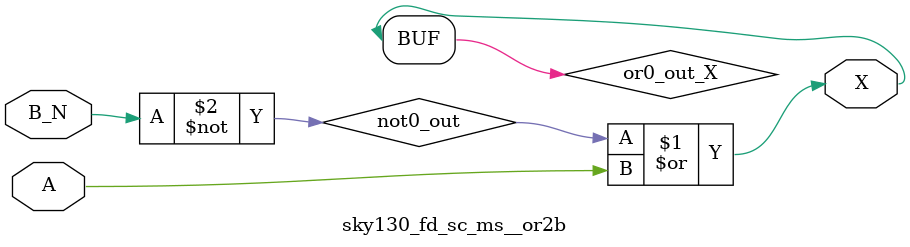
<source format=v>
/*
 * Copyright 2020 The SkyWater PDK Authors
 *
 * Licensed under the Apache License, Version 2.0 (the "License");
 * you may not use this file except in compliance with the License.
 * You may obtain a copy of the License at
 *
 *     https://www.apache.org/licenses/LICENSE-2.0
 *
 * Unless required by applicable law or agreed to in writing, software
 * distributed under the License is distributed on an "AS IS" BASIS,
 * WITHOUT WARRANTIES OR CONDITIONS OF ANY KIND, either express or implied.
 * See the License for the specific language governing permissions and
 * limitations under the License.
 *
 * SPDX-License-Identifier: Apache-2.0
*/


`ifndef SKY130_FD_SC_MS__OR2B_FUNCTIONAL_V
`define SKY130_FD_SC_MS__OR2B_FUNCTIONAL_V

/**
 * or2b: 2-input OR, first input inverted.
 *
 * Verilog simulation functional model.
 */

`timescale 1ns / 1ps
`default_nettype none

`celldefine
module sky130_fd_sc_ms__or2b (
    X  ,
    A  ,
    B_N
);

    // Module ports
    output X  ;
    input  A  ;
    input  B_N;

    // Local signals
    wire not0_out ;
    wire or0_out_X;

    //  Name  Output     Other arguments
    not not0 (not0_out , B_N            );
    or  or0  (or0_out_X, not0_out, A    );
    buf buf0 (X        , or0_out_X      );

endmodule
`endcelldefine

`default_nettype wire
`endif  // SKY130_FD_SC_MS__OR2B_FUNCTIONAL_V
</source>
